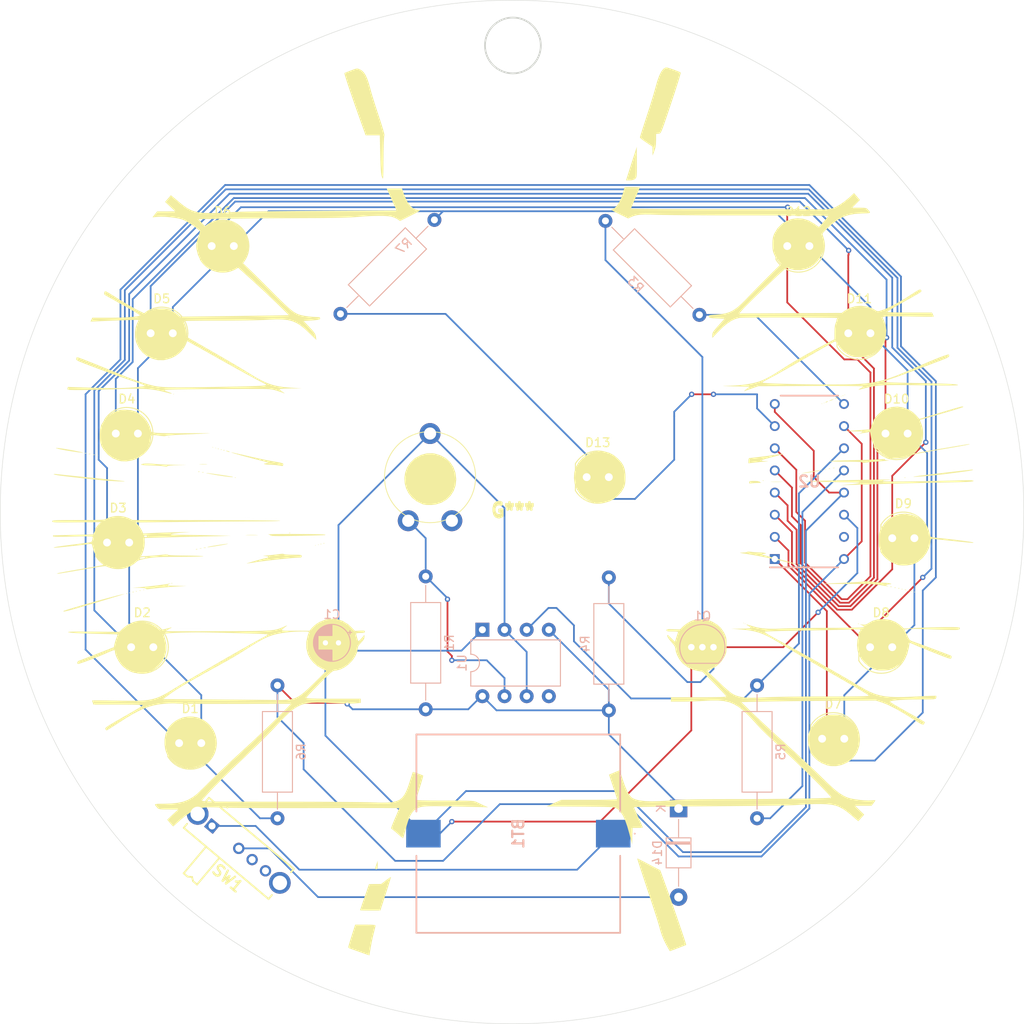
<source format=kicad_pcb>
(kicad_pcb (version 20240108) (generator "pcbnew") (generator_version "8.0")
  (layers (0 "F.Cu" signal) (31 "B.Cu" signal) (34 "B.Paste" user) (35 "F.Paste" user) (36 "B.SilkS" user "B.Silkscreen") (37 "F.SilkS" user "F.Silkscreen") (38 "B.Mask" user) (39 "F.Mask" user) (44 "Edge.Cuts" user))
  (net 0 "")
  (net 1 "GND")
  (net 2 "Net-(Q1-B)")
  (net 3 "Net-(Q1-C)")
  (net 4 "Net-(U1-DIS)")
  (net 5 "Net-(U1-Q)")
  (net 6 "+6V")
  (net 7 "Net-(U1-THR)")
  (net 9 "Net-(BT1-+)")
  (net 10 "Net-(D1-K)")
  (net 11 "Net-(D1-A)")
  (net 12 "Net-(D2-K)")
  (net 13 "Net-(D3-K)")
  (net 14 "Net-(D10-K)")
  (net 15 "Net-(D11-K)")
  (net 17 "Net-(U2-QH')")
  (net 18 "Net-(U2-RCLK)")
  (net 20 "Net-(D13-A)")
  (net 21 "Net-(D14-A)")
  (net 22 "Net-(D13-K)")
  (net 23 "Net-(D12-K)")
  (footprint "LED_THT:LED_D5.0mm" (layer "F.Cu") (at 172.96 122.5)
    (property "Reference" "D7" (at 1.27 -3.96 0) (layer "F.SilkS"))
    (property "Value" "~")
    (pad "1" thru_hole rect (at 0 0) (size 1.8 1.8) (drill 0.9) (layers "*.Cu" "*.Mask") (net 10 "Net-(D1-K)"))
    (pad "2" thru_hole circle (at 2.54 0) (size 1.8 1.8) (drill 0.9) (layers "*.Cu" "*.Mask") (net 11 "Net-(D1-A)"))
  )
  (footprint "LOGO" (layer "F.Cu") (at 137.5 96.2)
    (property "Reference" "G***" (at 0 0 0) (layer "F.SilkS") (effects (font (size 1.5 1.5) (thickness 0.3))))
    (property "Value" "LOGO" (hide yes))
  )
  (footprint "LED_THT:LED_D5.0mm" (layer "F.Cu") (at 90.96 100)
    (property "Reference" "D3" (at 1.27 -3.96 0) (layer "F.SilkS"))
    (property "Value" "~")
    (pad "1" thru_hole rect (at 0 0) (size 1.8 1.8) (drill 0.9) (layers "*.Cu" "*.Mask") (net 13 "Net-(D3-K)"))
    (pad "2" thru_hole circle (at 2.54 0) (size 1.8 1.8) (drill 0.9) (layers "*.Cu" "*.Mask") (net 11 "Net-(D1-A)"))
  )
  (footprint "LED_THT:LED_D5.0mm" (layer "F.Cu") (at 180.225 87.5)
    (property "Reference" "D10" (at 1.27 -3.96 0) (layer "F.SilkS"))
    (property "Value" "~")
    (pad "1" thru_hole rect (at 0 0) (size 1.8 1.8) (drill 0.9) (layers "*.Cu" "*.Mask") (net 14 "Net-(D10-K)"))
    (pad "2" thru_hole circle (at 2.54 0) (size 1.8 1.8) (drill 0.9) (layers "*.Cu" "*.Mask") (net 11 "Net-(D1-A)"))
  )
  (footprint "LED_THT:LED_D5.0mm" (layer "F.Cu") (at 95.96 76)
    (property "Reference" "D5" (at 1.27 -3.96 0) (layer "F.SilkS"))
    (property "Value" "~")
    (pad "1" thru_hole rect (at 0 0) (size 1.8 1.8) (drill 0.9) (layers "*.Cu" "*.Mask") (net 15 "Net-(D11-K)"))
    (pad "2" thru_hole circle (at 2.54 0) (size 1.8 1.8) (drill 0.9) (layers "*.Cu" "*.Mask") (net 11 "Net-(D1-A)"))
  )
  (footprint "LED_THT:LED_D5.0mm" (layer "F.Cu") (at 175.96 76)
    (property "Reference" "D11" (at 1.27 -3.96 0) (layer "F.SilkS"))
    (property "Value" "~")
    (pad "1" thru_hole rect (at 0 0) (size 1.8 1.8) (drill 0.9) (layers "*.Cu" "*.Mask") (net 15 "Net-(D11-K)"))
    (pad "2" thru_hole circle (at 2.54 0) (size 1.8 1.8) (drill 0.9) (layers "*.Cu" "*.Mask") (net 11 "Net-(D1-A)"))
  )
  (footprint "SamacSys_Parts:PT10RV10-103A0505-PM-S trim resistor" (layer "F.Cu") (at 128 92.5)
    (property "Reference" "R2" (at 0 -0.5 0) (layer "F.SilkS") (effects (font (thickness 0.1))))
    (property "Value" "trim")
    (pad "1" thru_hole circle (at -2.5 5) (size 2.4 2.4) (drill 1.4) (layers "*.Cu" "*.Mask") (net 4 "Net-(U1-DIS)"))
    (pad "2" thru_hole circle (at 0 -5) (size 2.4 2.4) (drill 1.4) (layers "*.Cu" "*.Mask") (net 7 "Net-(U1-THR)"))
    (pad "3" thru_hole circle (at 2.5 5) (size 2.4 2.4) (drill 1.4) (layers "*.Cu" "*.Mask"))
  )
  (footprint "LED_THT:LED_D5.0mm" (layer "F.Cu") (at 181 99.5)
    (property "Reference" "D9" (at 1.27 -3.96 0) (layer "F.SilkS"))
    (property "Value" "~" (hide yes))
    (pad "1" thru_hole rect (at 0 0) (size 1.8 1.8) (drill 0.9) (layers "*.Cu" "*.Mask") (net 13 "Net-(D3-K)"))
    (pad "2" thru_hole circle (at 2.54 0) (size 1.8 1.8) (drill 0.9) (layers "*.Cu" "*.Mask") (net 11 "Net-(D1-A)"))
  )
  (footprint "LED_THT:LED_D5.0mm" (layer "F.Cu") (at 102.96 66)
    (property "Reference" "D6" (at 1.27 -3.96 0) (layer "F.SilkS"))
    (property "Value" "~")
    (pad "1" thru_hole rect (at 0 0) (size 1.8 1.8) (drill 0.9) (layers "*.Cu" "*.Mask") (net 23 "Net-(D12-K)"))
    (pad "2" thru_hole circle (at 2.54 0) (size 1.8 1.8) (drill 0.9) (layers "*.Cu" "*.Mask") (net 11 "Net-(D1-A)"))
  )
  (footprint "SamacSys_Parts:SLW12745474ARAD" (layer "F.Cu") (at 103 132.5 -40)
    (property "Reference" "SW1" (at 5.219215 3.453003 140) (layer "F.SilkS") (effects (font (size 1.27 1.27) (thickness 0.254))))
    (property "Value" "SW_SPDT_312" (hide yes))
    (pad "1" thru_hole rect (at 0 0 320) (size 1.3 1.3) (drill 0.8) (layers "*.Cu" "*.Mask") (net 9 "Net-(BT1-+)"))
    (pad "2" thru_hole circle (at 4.000002 0.000002 320) (size 1.3 1.3) (drill 0.8) (layers "*.Cu" "*.Mask") (net 21 "Net-(D14-A)"))
    (pad "3" thru_hole circle (at 6 0 320) (size 1.3 1.3) (drill 0.8) (layers "*.Cu" "*.Mask"))
    (pad "4" thru_hole circle (at 8 -0.000001 320) (size 1.3 1.3) (drill 0.8) (layers "*.Cu" "*.Mask"))
    (pad "MH1" thru_hole circle (at -2.15 0.000001 320) (size 2.49 2.49) (drill 1.66) (layers "*.Cu" "*.Mask"))
    (pad "MH2" thru_hole circle (at 10.15 0.000001 320) (size 2.49 2.49) (drill 1.66) (layers "*.Cu" "*.Mask"))
  )
  (footprint "LED_THT:LED_D5.0mm" (layer "F.Cu") (at 168.96 66)
    (property "Reference" "D12" (at 1.27 -3.96 0) (layer "F.SilkS"))
    (property "Value" "~")
    (pad "1" thru_hole rect (at 0 0) (size 1.8 1.8) (drill 0.9) (layers "*.Cu" "*.Mask") (net 23 "Net-(D12-K)"))
    (pad "2" thru_hole circle (at 2.54 0) (size 1.8 1.8) (drill 0.9) (layers "*.Cu" "*.Mask") (net 11 "Net-(D1-A)"))
  )
  (footprint "LOGO" (layer "F.Cu") (at 137.5 96.4)
    (property "Reference" "G***" (at 0 0 0) (layer "F.SilkS") (effects (font (size 1.5 1.5) (thickness 0.3))))
    (property "Value" "LOGO" (hide yes))
  )
  (footprint "LED_THT:LED_D5.0mm" (layer "F.Cu") (at 93.725 112)
    (property "Reference" "D2" (at 1.27 -3.96 0) (layer "F.SilkS"))
    (property "Value" "~")
    (pad "1" thru_hole rect (at 0 0) (size 1.8 1.8) (drill 0.9) (layers "*.Cu" "*.Mask") (net 12 "Net-(D2-K)"))
    (pad "2" thru_hole circle (at 2.54 0) (size 1.8 1.8) (drill 0.9) (layers "*.Cu" "*.Mask") (net 11 "Net-(D1-A)"))
  )
  (footprint "LED_THT:LED_D5.0mm" (layer "F.Cu") (at 178.46 112)
    (property "Reference" "D8" (at 1.27 -3.96 0) (layer "F.SilkS"))
    (property "Value" "~")
    (pad "1" thru_hole rect (at 0 0) (size 1.8 1.8) (drill 0.9) (layers "*.Cu" "*.Mask") (net 12 "Net-(D2-K)"))
    (pad "2" thru_hole circle (at 2.54 0) (size 1.8 1.8) (drill 0.9) (layers "*.Cu" "*.Mask") (net 11 "Net-(D1-A)"))
  )
  (footprint "LED_THT:LED_D5.0mm" (layer "F.Cu") (at 91.96 87.5)
    (property "Reference" "D4" (at 1.27 -3.96 0) (layer "F.SilkS"))
    (property "Value" "~")
    (pad "1" thru_hole rect (at 0 0) (size 1.8 1.8) (drill 0.9) (layers "*.Cu" "*.Mask") (net 14 "Net-(D10-K)"))
    (pad "2" thru_hole circle (at 2.54 0) (size 1.8 1.8) (drill 0.9) (layers "*.Cu" "*.Mask") (net 11 "Net-(D1-A)"))
  )
  (footprint "LED_THT:LED_D5.0mm" (layer "F.Cu") (at 99.225 123)
    (property "Reference" "D1" (at 1.27 -3.96 0) (layer "F.SilkS"))
    (property "Value" "~")
    (pad "1" thru_hole rect (at 0 0) (size 1.8 1.8) (drill 0.9) (layers "*.Cu" "*.Mask") (net 10 "Net-(D1-K)"))
    (pad "2" thru_hole circle (at 2.54 0) (size 1.8 1.8) (drill 0.9) (layers "*.Cu" "*.Mask") (net 11 "Net-(D1-A)"))
  )
  (footprint "LED_THT:LED_D5.0mm" (layer "F.Cu") (at 145.96 92.5)
    (property "Reference" "D13" (at 1.27 -3.96 0) (layer "F.SilkS"))
    (property "Value" "~")
    (pad "1" thru_hole rect (at 0 0) (size 1.8 1.8) (drill 0.9) (layers "*.Cu" "*.Mask") (net 22 "Net-(D13-K)"))
    (pad "2" thru_hole circle (at 2.54 0) (size 1.8 1.8) (drill 0.9) (layers "*.Cu" "*.Mask") (net 20 "Net-(D13-A)"))
  )
  (footprint "Package_DIP:DIP-8_W7.62mm" (layer "B.Cu") (at 134 110 -90)
    (property "Reference" "U1" (at 3.81 2.33 90) (layer "B.SilkS") (effects (justify mirror)))
    (property "Value" "NE555P")
    (pad "1" thru_hole rect (at 0 0 270) (size 1.6 1.6) (drill 0.8) (layers "*.Cu" "*.Mask") (net 1 "GND"))
    (pad "2" thru_hole oval (at 0 -2.54 270) (size 1.6 1.6) (drill 0.8) (layers "*.Cu" "*.Mask") (net 7 "Net-(U1-THR)"))
    (pad "3" thru_hole oval (at 0 -5.08 270) (size 1.6 1.6) (drill 0.8) (layers "*.Cu" "*.Mask") (net 5 "Net-(U1-Q)"))
    (pad "4" thru_hole oval (at 0 -7.62 270) (size 1.6 1.6) (drill 0.8) (layers "*.Cu" "*.Mask") (net 6 "+6V"))
    (pad "5" thru_hole oval (at 7.62 -7.62 270) (size 1.6 1.6) (drill 0.8) (layers "*.Cu" "*.Mask"))
    (pad "6" thru_hole oval (at 7.62 -5.08 270) (size 1.6 1.6) (drill 0.8) (layers "*.Cu" "*.Mask") (net 7 "Net-(U1-THR)"))
    (pad "7" thru_hole oval (at 7.62 -2.54 270) (size 1.6 1.6) (drill 0.8) (layers "*.Cu" "*.Mask") (net 4 "Net-(U1-DIS)"))
    (pad "8" thru_hole oval (at 7.62 0 270) (size 1.6 1.6) (drill 0.8) (layers "*.Cu" "*.Mask") (net 6 "+6V"))
  )
  (footprint "SamacSys_Parts:1062" (layer "B.Cu") (at 138.12 133.38 -90)
    (property "Reference" "BT1" (at 0 0 90) (layer "B.SilkS") (effects (font (size 1.27 1.27) (thickness 0.254)) (justify mirror)))
    (property "Value" "6v" (hide yes))
    (pad "1" smd rect (at 0 -10.88 270) (size 3.17 3.96) (layers "B.Cu" "B.Paste" "B.Mask") (net 9 "Net-(BT1-+)"))
    (pad "2" smd rect (at 0 10.88 270) (size 3.17 3.96) (layers "B.Cu" "B.Paste" "B.Mask") (net 1 "GND"))
  )
  (footprint "SamacSys_Parts:DIP794W53P254L1930H508Q16N" (layer "B.Cu") (at 171.5 93)
    (property "Reference" "U2" (at 0 0 0) (layer "B.SilkS") (effects (font (size 1.27 1.27) (thickness 0.254)) (justify mirror)))
    (property "Value" "74HC595" (hide yes))
    (pad "1" thru_hole rect (at -3.97 8.89) (size 1.13 1.13) (drill 0.73) (layers "*.Cu" "*.Mask") (net 10 "Net-(D1-K)"))
    (pad "2" thru_hole circle (at -3.97 6.35) (size 1.13 1.13) (drill 0.73) (layers "*.Cu" "*.Mask") (net 12 "Net-(D2-K)"))
    (pad "3" thru_hole circle (at -3.97 3.81) (size 1.13 1.13) (drill 0.73) (layers "*.Cu" "*.Mask") (net 13 "Net-(D3-K)"))
    (pad "4" thru_hole circle (at -3.97 1.27) (size 1.13 1.13) (drill 0.73) (layers "*.Cu" "*.Mask") (net 14 "Net-(D10-K)"))
    (pad "5" thru_hole circle (at -3.97 -1.27) (size 1.13 1.13) (drill 0.73) (layers "*.Cu" "*.Mask") (net 15 "Net-(D11-K)"))
    (pad "6" thru_hole circle (at -3.97 -3.81) (size 1.13 1.13) (drill 0.73) (layers "*.Cu" "*.Mask") (net 23 "Net-(D12-K)"))
    (pad "7" thru_hole circle (at -3.97 -6.35) (size 1.13 1.13) (drill 0.73) (layers "*.Cu" "*.Mask") (net 22 "Net-(D13-K)"))
    (pad "8" thru_hole circle (at -3.97 -8.89) (size 1.13 1.13) (drill 0.73) (layers "*.Cu" "*.Mask") (net 1 "GND"))
    (pad "9" thru_hole circle (at 3.97 -8.89) (size 1.13 1.13) (drill 0.73) (layers "*.Cu" "*.Mask") (net 17 "Net-(U2-QH')"))
    (pad "10" thru_hole circle (at 3.97 -6.35) (size 1.13 1.13) (drill 0.73) (layers "*.Cu" "*.Mask") (net 6 "+6V"))
    (pad "11" thru_hole circle (at 3.97 -3.81) (size 1.13 1.13) (drill 0.73) (layers "*.Cu" "*.Mask") (net 5 "Net-(U1-Q)"))
    (pad "12" thru_hole circle (at 3.97 -1.27) (size 1.13 1.13) (drill 0.73) (layers "*.Cu" "*.Mask") (net 18 "Net-(U2-RCLK)"))
    (pad "13" thru_hole circle (at 3.97 1.27) (size 1.13 1.13) (drill 0.73) (layers "*.Cu" "*.Mask") (net 1 "GND"))
    (pad "14" thru_hole circle (at 3.97 3.81) (size 1.13 1.13) (drill 0.73) (layers "*.Cu" "*.Mask") (net 3 "Net-(Q1-C)"))
    (pad "15" thru_hole circle (at 3.97 6.35) (size 1.13 1.13) (drill 0.73) (layers "*.Cu" "*.Mask"))
    (pad "16" thru_hole circle (at 3.97 8.89) (size 1.13 1.13) (drill 0.73) (layers "*.Cu" "*.Mask") (net 6 "+6V"))
  )
  (footprint "Resistor_THT:R_Axial_DIN0309_L9.0mm_D3.2mm_P15.24mm_Horizontal" (layer "B.Cu") (at 128.5 63 -135)
    (property "Reference" "R7" (at 4.596194 0.353553 45) (layer "B.SilkS") (effects (justify mirror)))
    (property "Value" "68 Ohm")
    (pad "1" thru_hole circle (at 0 0 225) (size 1.6 1.6) (drill 0.8) (layers "*.Cu" "*.Mask") (net 11 "Net-(D1-A)"))
    (pad "2" thru_hole oval (at 15.24 0 225) (size 1.6 1.6) (drill 0.8) (layers "*.Cu" "*.Mask") (net 20 "Net-(D13-A)"))
  )
  (footprint "Resistor_THT:R_Axial_DIN0309_L9.0mm_D3.2mm_P15.24mm_Horizontal" (layer "B.Cu") (at 110.5 131.62 90)
    (property "Reference" "R6" (at 7.62 2.72 90) (layer "B.SilkS") (effects (justify mirror)))
    (property "Value" "68 Ohm")
    (pad "1" thru_hole circle (at 0 0 90) (size 1.6 1.6) (drill 0.8) (layers "*.Cu" "*.Mask") (net 11 "Net-(D1-A)"))
    (pad "2" thru_hole oval (at 15.24 0 90) (size 1.6 1.6) (drill 0.8) (layers "*.Cu" "*.Mask") (net 6 "+6V"))
  )
  (footprint "Package_TO_SOT_THT:TO-92_Inline" (layer "B.Cu") (at 160.5 112 180)
    (property "Reference" "Q1" (at 1.27 3.56 0) (layer "B.SilkS") (effects (justify mirror)))
    (property "Value" "BC548")
    (pad "1" thru_hole rect (at 0 0 180) (size 1.05 1.5) (drill 0.75) (layers "*.Cu" "*.Mask") (net 3 "Net-(Q1-C)"))
    (pad "2" thru_hole oval (at 1.27 0 180) (size 1.05 1.5) (drill 0.75) (layers "*.Cu" "*.Mask") (net 2 "Net-(Q1-B)"))
    (pad "3" thru_hole oval (at 2.54 0 180) (size 1.05 1.5) (drill 0.75) (layers "*.Cu" "*.Mask") (net 1 "GND"))
  )
  (footprint "Resistor_THT:R_Axial_DIN0309_L9.0mm_D3.2mm_P15.24mm_Horizontal" (layer "B.Cu") (at 127.5 119.12 90)
    (property "Reference" "R1" (at 7.62 2.72 90) (layer "B.SilkS") (effects (justify mirror)))
    (property "Value" "10k")
    (pad "1" thru_hole circle (at 0 0 90) (size 1.6 1.6) (drill 0.8) (layers "*.Cu" "*.Mask") (net 6 "+6V"))
    (pad "2" thru_hole oval (at 15.24 0 90) (size 1.6 1.6) (drill 0.8) (layers "*.Cu" "*.Mask") (net 4 "Net-(U1-DIS)"))
  )
  (footprint "Resistor_THT:R_Axial_DIN0309_L9.0mm_D3.2mm_P15.24mm_Horizontal" (layer "B.Cu") (at 148.111847 63.111847 -45)
    (property "Reference" "R3" (at 7.62 2.72 135) (layer "B.SilkS") (effects (justify mirror)))
    (property "Value" "10k")
    (pad "1" thru_hole circle (at 0 0 315) (size 1.6 1.6) (drill 0.8) (layers "*.Cu" "*.Mask") (net 2 "Net-(Q1-B)"))
    (pad "2" thru_hole oval (at 15.24 0 315) (size 1.6 1.6) (drill 0.8) (layers "*.Cu" "*.Mask") (net 17 "Net-(U2-QH')"))
  )
  (footprint "Resistor_THT:R_Axial_DIN0309_L9.0mm_D3.2mm_P15.24mm_Horizontal" (layer "B.Cu") (at 148.5 104 -90)
    (property "Reference" "R4" (at 7.62 2.72 90) (layer "B.SilkS") (effects (justify mirror)))
    (property "Value" "10k")
    (pad "1" thru_hole circle (at 0 0 270) (size 1.6 1.6) (drill 0.8) (layers "*.Cu" "*.Mask") (net 3 "Net-(Q1-C)"))
    (pad "2" thru_hole oval (at 15.24 0 270) (size 1.6 1.6) (drill 0.8) (layers "*.Cu" "*.Mask") (net 6 "+6V"))
  )
  (footprint "Resistor_THT:R_Axial_DIN0309_L9.0mm_D3.2mm_P15.24mm_Horizontal" (layer "B.Cu") (at 165.5 131.62 90)
    (property "Reference" "R5" (at 7.62 2.72 90) (layer "B.SilkS") (effects (justify mirror)))
    (property "Value" "1M")
    (pad "1" thru_hole circle (at 0 0 90) (size 1.6 1.6) (drill 0.8) (layers "*.Cu" "*.Mask") (net 18 "Net-(U2-RCLK)"))
    (pad "2" thru_hole oval (at 15.24 0 90) (size 1.6 1.6) (drill 0.8) (layers "*.Cu" "*.Mask") (net 5 "Net-(U1-Q)"))
  )
  (footprint "Capacitor_THT:CP_Radial_D4.0mm_P1.50mm" (layer "B.Cu") (at 117.5 111.5 180)
    (property "Reference" "C1" (at 0.75 3.25 0) (layer "B.SilkS") (effects (justify mirror)))
    (property "Value" "4.7uF")
    (pad "1" thru_hole rect (at 0 0 180) (size 1.2 1.2) (drill 0.6) (layers "*.Cu" "*.Mask") (net 7 "Net-(U1-THR)"))
    (pad "2" thru_hole circle (at 1.5 0 180) (size 1.2 1.2) (drill 0.6) (layers "*.Cu" "*.Mask") (net 1 "GND"))
  )
  (footprint "Diode_THT:D_T-1_P10.16mm_Horizontal" (layer "B.Cu") (at 156.5 130.5 -90)
    (property "Reference" "D14" (at 5.08 2.42 90) (layer "B.SilkS") (effects (justify mirror)))
    (property "Value" "D")
    (fp_text user "K" (at 0 2 90) (layer "B.SilkS") (effects (justify mirror)))
    (pad "1" thru_hole rect (at 0 0 270) (size 2 2) (drill 1) (layers "*.Cu" "*.Mask") (net 6 "+6V"))
    (pad "2" thru_hole oval (at 10.16 0 270) (size 2 2) (drill 1) (layers "*.Cu" "*.Mask") (net 21 "Net-(D14-A)"))
  )
  (gr_circle (center 137.4 96.5) (end 178.8 138.1) (stroke (width 0.05)) (fill none) (layer "Edge.Cuts"))
  (gr_circle (center 137.5 43) (end 140.701562 43) (stroke (width 0.2)) (fill none) (layer "Edge.Cuts"))
  (segment (start 172 92.5) (end 173.77 94.27) (width 0.2) (layer "F.Cu") (net 1))
  (segment (start 167.53 84.11) (end 167.53 85.013295) (width 0.2) (layer "F.Cu") (net 1))
  (segment (start 167.53 85.013295) (end 172 89.483295) (width 0.2) (layer "F.Cu") (net 1))
  (segment (start 172 89.483295) (end 172 92.5) (width 0.2) (layer "F.Cu") (net 1))
  (segment (start 157.96 121.54) (end 147.5 132) (width 0.2) (layer "F.Cu") (net 1))
  (segment (start 157.96 112) (end 157.96 121.54) (width 0.2) (layer "F.Cu") (net 1))
  (segment (start 173.77 94.27) (end 175.47 94.27) (width 0.2) (layer "F.Cu") (net 1))
  (segment (start 147.5 132) (end 130.5 132) (width 0.2) (layer "F.Cu") (net 1))
  (via (at 130.5 132) (size 0.6) (drill 0.3) (layers "F.Cu" "B.Cu") (net 1))
  (segment (start 127.24 133.38) (end 129.12 133.38) (width 0.2) (layer "B.Cu") (net 1))
  (segment (start 150 128.5) (end 132.12 128.5) (width 0.2) (layer "B.Cu") (net 1))
  (segment (start 157 135.5) (end 150 128.5) (width 0.2) (layer "B.Cu") (net 1))
  (segment (start 116.051472 112.4) (end 131.6 112.4) (width 0.2) (layer "B.Cu") (net 1))
  (segment (start 116 122.14) (end 127.24 133.38) (width 0.2) (layer "B.Cu") (net 1))
  (segment (start 116 111.5) (end 116 122.14) (width 0.2) (layer "B.Cu") (net 1))
  (segment (start 116 112.348528) (end 116.051472 112.4) (width 0.2) (layer "B.Cu") (net 1))
  (segment (start 131.6 112.4) (end 134 110) (width 0.2) (layer "B.Cu") (net 1))
  (segment (start 129.12 133.38) (end 130.5 132) (width 0.2) (layer "B.Cu") (net 1))
  (segment (start 171.1 98.64) (end 171.1 130.334314) (width 0.2) (layer "B.Cu") (net 1))
  (segment (start 165.934314 135.5) (end 157 135.5) (width 0.2) (layer "B.Cu") (net 1))
  (segment (start 132.12 128.5) (end 127.24 133.38) (width 0.2) (layer "B.Cu") (net 1))
  (segment (start 175.47 94.27) (end 171.1 98.64) (width 0.2) (layer "B.Cu") (net 1))
  (segment (start 171.1 130.334314) (end 165.934314 135.5) (width 0.2) (layer "B.Cu") (net 1))
  (segment (start 116 111.5) (end 116 112.348528) (width 0.2) (layer "B.Cu") (net 1))
  (segment (start 148.111847 67.611847) (end 159.23 78.73) (width 0.2) (layer "B.Cu") (net 2))
  (segment (start 159.23 78.73) (end 159.23 112) (width 0.2) (layer "B.Cu") (net 2))
  (segment (start 148.111847 63.111847) (end 148.111847 67.611847) (width 0.2) (layer "B.Cu") (net 2))
  (segment (start 168.5 112) (end 160.5 112) (width 0.2) (layer "F.Cu") (net 3))
  (segment (start 160.5 111.775) (end 160.5 112) (width 0.2) (layer "F.Cu") (net 3))
  (segment (start 172.5 108) (end 168.5 112) (width 0.2) (layer "F.Cu") (net 3))
  (via (at 172.5 108) (size 0.6) (drill 0.3) (layers "F.Cu" "B.Cu") (net 3))
  (segment (start 160.5 114.5) (end 160.5 112) (width 0.2) (layer "B.Cu") (net 3))
  (segment (start 177 98.34) (end 177 103.5) (width 0.2) (layer "B.Cu") (net 3))
  (segment (start 148.5 107) (end 157.5 116) (width 0.2) (layer "B.Cu") (net 3))
  (segment (start 175.47 96.81) (end 177 98.34) (width 0.2) (layer "B.Cu") (net 3))
  (segment (start 159 116) (end 160.5 114.5) (width 0.2) (layer "B.Cu") (net 3))
  (segment (start 148.5 104) (end 148.5 107) (width 0.2) (layer "B.Cu") (net 3))
  (segment (start 177 103.5) (end 172.5 108) (width 0.2) (layer "B.Cu") (net 3))
  (segment (start 157.5 116) (end 159 116) (width 0.2) (layer "B.Cu") (net 3))
  (segment (start 130 112.5) (end 130 106.5) (width 0.2) (layer "F.Cu") (net 4))
  (segment (start 130.5 113) (end 130 112.5) (width 0.2) (layer "F.Cu") (net 4))
  (segment (start 130.5 113.5) (end 130.5 113) (width 0.2) (layer "F.Cu") (net 4))
  (via (at 130.5 113.5) (size 0.6) (drill 0.3) (layers "F.Cu" "B.Cu") (net 4))
  (via (at 130 106.5) (size 0.6) (drill 0.3) (layers "F.Cu" "B.Cu") (net 4))
  (segment (start 130 106.38) (end 127.5 103.88) (width 0.2) (layer "B.Cu") (net 4))
  (segment (start 136.54 115.54) (end 134.5 113.5) (width 0.2) (layer "B.Cu") (net 4))
  (segment (start 127.5 103.88) (end 127.5 99.5) (width 0.2) (layer "B.Cu") (net 4))
  (segment (start 130 106.5) (end 130 106.38) (width 0.2) (layer "B.Cu") (net 4))
  (segment (start 136.54 117.62) (end 136.54 115.54) (width 0.2) (layer "B.Cu") (net 4))
  (segment (start 134.5 113.5) (end 130.5 113.5) (width 0.2) (layer "B.Cu") (net 4))
  (segment (start 127.5 99.5) (end 125.5 97.5) (width 0.2) (layer "B.Cu") (net 4))
  (segment (start 151.055635 117.88) (end 164 117.88) (width 0.2) (layer "B.Cu") (net 5))
  (segment (start 144.5 109.5) (end 144.5 111.324365) (width 0.2) (layer "B.Cu") (net 5))
  (segment (start 164 117.88) (end 170.3 111.58) (width 0.2) (layer "B.Cu") (net 5))
  (segment (start 142.5 107.5) (end 144.5 109.5) (width 0.2) (layer "B.Cu") (net 5))
  (segment (start 141.58 107.5) (end 142.5 107.5) (width 0.2) (layer "B.Cu") (net 5))
  (segment (start 139.08 110) (end 141.58 107.5) (width 0.2) (layer "B.Cu") (net 5))
  (segment (start 144.5 111.324365) (end 151.055635 117.88) (width 0.2) (layer "B.Cu") (net 5))
  (segment (start 170.3 111.58) (end 170.3 94.36) (width 0.2) (layer "B.Cu") (net 5))
  (segment (start 170.3 94.36) (end 175.47 89.19) (width 0.2) (layer "B.Cu") (net 5))
  (segment (start 112.5 118.38) (end 110.5 116.38) (width 0.2) (layer "F.Cu") (net 6))
  (segment (start 177.5 88.68) (end 175.47 86.65) (width 0.2) (layer "F.Cu") (net 6))
  (segment (start 118.38 118.38) (end 112.5 118.38) (width 0.2) (layer "F.Cu") (net 6))
  (segment (start 118.5 118.5) (end 118.38 118.38) (width 0.2) (layer "F.Cu") (net 6))
  (segment (start 175.47 101.89) (end 177.5 99.86) (width 0.2) (layer "F.Cu") (net 6))
  (segment (start 177.5 99.86) (end 177.5 88.68) (width 0.2) (layer "F.Cu") (net 6))
  (via (at 118.5 118.5) (size 0.6) (drill 0.3) (layers "F.Cu" "B.Cu") (net 6))
  (segment (start 136 130) (end 129.5 136.5) (width 0.2) (layer "B.Cu") (net 6))
  (segment (start 171.5 105.86) (end 171.5 130.5) (width 0.2) (layer "B.Cu") (net 6))
  (segment (start 124 136.5) (end 113.5 126) (width 0.2) (layer "B.Cu") (net 6))
  (segment (start 132.38 119.12) (end 127.5 119.12) (width 0.2) (layer "B.Cu") (net 6))
  (segment (start 156.5 136) (end 150.5 130) (width 0.2) (layer "B.Cu") (net 6))
  (segment (start 148.5 116.88) (end 141.62 110) (width 0.2) (layer "B.Cu") (net 6))
  (segment (start 148.5 122) (end 148.5 119.24) (width 0.2) (layer "B.Cu") (net 6))
  (segment (start 166 136) (end 156.5 136) (width 0.2) (layer "B.Cu") (net 6))
  (segment (start 156.5 130.5) (end 156.5 130) (width 0.2) (layer "B.Cu") (net 6))
  (segment (start 134 117.62) (end 133.88 117.62) (width 0.2) (layer "B.Cu") (net 6))
  (segment (start 135.62 119.24) (end 134 117.62) (width 0.2) (layer "B.Cu") (net 6))
  (segment (start 171.5 130.5) (end 166 136) (width 0.2) (layer "B.Cu") (net 6))
  (segment (start 127.5 119.12) (end 119.12 119.12) (width 0.2) (layer "B.Cu") (net 6))
  (segment (start 150.5 130) (end 136 130) (width 0.2) (layer "B.Cu") (net 6))
  (segment (start 119.12 119.12) (end 118.5 118.5) (width 0.2) (layer "B.Cu") (net 6))
  (segment (start 175.47 101.89) (end 171.5 105.86) (width 0.2) (layer "B.Cu") (net 6))
  (segment (start 113.5 126) (end 113.5 123) (width 0.2) (layer "B.Cu") (net 6))
  (segment (start 129.5 136.5) (end 124 136.5) (width 0.2) (layer "B.Cu") (net 6))
  (segment (start 148.5 119.24) (end 135.62 119.24) (width 0.2) (layer "B.Cu") (net 6))
  (segment (start 148.5 119.24) (end 148.5 116.88) (width 0.2) (layer "B.Cu") (net 6))
  (segment (start 113.5 123) (end 110.5 120) (width 0.2) (layer "B.Cu") (net 6))
  (segment (start 156.5 130) (end 148.5 122) (width 0.2) (layer "B.Cu") (net 6))
  (segment (start 110.5 120) (end 110.5 116.38) (width 0.2) (layer "B.Cu") (net 6))
  (segment (start 133.88 117.62) (end 132.38 119.12) (width 0.2) (layer "B.Cu") (net 6))
  (segment (start 139.08 112.54) (end 136.54 110) (width 0.2) (layer "B.Cu") (net 7))
  (segment (start 136.54 96.04) (end 136.54 110) (width 0.2) (layer "B.Cu") (net 7))
  (segment (start 117.5 98) (end 128 87.5) (width 0.2) (layer "B.Cu") (net 7))
  (segment (start 128 87.5) (end 136.54 96.04) (width 0.2) (layer "B.Cu") (net 7))
  (segment (start 139.08 117.62) (end 139.08 112.54) (width 0.2) (layer "B.Cu") (net 7))
  (segment (start 117.5 111.5) (end 117.5 98) (width 0.2) (layer "B.Cu") (net 7))
  (segment (start 149 133.38) (end 144.865786 137.514214) (width 0.2) (layer "B.Cu") (net 9))
  (segment (start 144.865786 137.514214) (end 113.014214 137.514214) (width 0.2) (layer "B.Cu") (net 9))
  (segment (start 108 132.5) (end 103 132.5) (width 0.2) (layer "B.Cu") (net 9))
  (segment (start 113.014214 137.514214) (end 108 132.5) (width 0.2) (layer "B.Cu") (net 9))
  (segment (start 172.96 122.5) (end 173.5 121.96) (width 0.2) (layer "F.Cu") (net 10))
  (segment (start 173.5 121.96) (end 173.5 107.86) (width 0.2) (layer "F.Cu") (net 10))
  (segment (start 173.5 107.86) (end 167.53 101.89) (width 0.2) (layer "F.Cu") (net 10))
  (segment (start 182 69.5) (end 182 77.5) (width 0.2) (layer "B.Cu") (net 10))
  (segment (start 184.5 119.5) (end 179 125) (width 0.2) (layer "B.Cu") (net 10))
  (segment (start 171.5 59) (end 182 69.5) (width 0.2) (layer "B.Cu") (net 10))
  (segment (start 92.5 79) (end 92.5 71) (width 0.2) (layer "B.Cu") (net 10))
  (segment (start 186 104) (end 184.5 105.5) (width 0.2) (layer "B.Cu") (net 10))
  (segment (start 182 77.5) (end 186 81.5) (width 0.2) (layer "B.Cu") (net 10))
  (segment (start 184.5 105.5) (end 184.5 119.5) (width 0.2) (layer "B.Cu") (net 10))
  (segment (start 172.96 123.96) (end 172.96 122.5) (width 0.2) (layer "B.Cu") (net 10))
  (segment (start 88.5 112.275) (end 88.5 83) (width 0.2) (layer "B.Cu") (net 10))
  (segment (start 88.5 83) (end 92.5 79) (width 0.2) (layer "B.Cu") (net 10))
  (segment (start 179 125) (end 174 125) (width 0.2) (layer "B.Cu") (net 10))
  (segment (start 92.5 71) (end 104.5 59) (width 0.2) (layer "B.Cu") (net 10))
  (segment (start 99.225 123) (end 88.5 112.275) (width 0.2) (layer "B.Cu") (net 10))
  (segment (start 104.5 59) (end 171.5 59) (width 0.2) (layer "B.Cu") (net 10))
  (segment (start 186 81.5) (end 186 104) (width 0.2) (layer "B.Cu") (net 10))
  (segment (start 174 125) (end 172.96 123.96) (width 0.2) (layer "B.Cu") (net 10))
  (segment (start 178.5 73) (end 178.5 76) (width 0.2) (layer "B.Cu") (net 11))
  (segment (start 94.5 99) (end 93.5 100) (width 0.2) (layer "B.Cu") (net 11))
  (segment (start 129.5 62.011847) (end 167.511847 62.011847) (width 0.2) (layer "B.Cu") (net 11))
  (segment (start 108.5 131.62) (end 110.5 131.62) (width 0.2) (layer "B.Cu") (net 11))
  (segment (start 94.5 80) (end 94.5 87.5) (width 0.2) (layer "B.Cu") (net 11))
  (segment (start 182.765 80.265) (end 182.765 87.5) (width 0.2) (layer "B.Cu") (net 11))
  (segment (start 101.765 124.885) (end 108.5 131.62) (width 0.2) (layer "B.Cu") (net 11))
  (segment (start 178.5 76) (end 182.765 80.265) (width 0.2) (layer "B.Cu") (net 11))
  (segment (start 94.5 87.5) (end 94.5 99) (width 0.2) (layer "B.Cu") (net 11))
  (segment (start 167.511847 62.011847) (end 171.5 66) (width 0.2) (layer "B.Cu") (net 11))
  (segment (start 96.265 112) (end 101.765 117.5) (width 0.2) (layer "B.Cu") (net 11))
  (segment (start 101.765 117.5) (end 101.765 123) (width 0.2) (layer "B.Cu") (net 11))
  (segment (start 98.5 73) (end 98.5 76) (width 0.2) (layer "B.Cu") (net 11))
  (segment (start 182.765 87.5) (end 185 89.735) (width 0.2) (layer "B.Cu") (net 11))
  (segment (start 183.54 99.5) (end 183.54 109.46) (width 0.2) (layer "B.Cu") (net 11))
  (segment (start 105.5 66) (end 109.488153 62.011847) (width 0.2) (layer "B.Cu") (net 11))
  (segment (start 129.5 62.011847) (end 129.488153 62.011847) (width 0.2) (layer "B.Cu") (net 11))
  (segment (start 183.54 109.46) (end 181 112) (width 0.2) (layer "B.Cu") (net 11))
  (segment (start 109.488153 62.011847) (end 129.5 62.011847) (width 0.2) (layer "B.Cu") (net 11))
  (segment (start 184.54 98.5) (end 183.54 99.5) (width 0.2) (layer "B.Cu") (net 11))
  (segment (start 185 98.5) (end 184.54 98.5) (width 0.2) (layer "B.Cu") (net 11))
  (segment (start 185 89.735) (end 185 98.5) (width 0.2) (layer "B.Cu") (net 11))
  (segment (start 101.765 123) (end 101.765 124.885) (width 0.2) (layer "B.Cu") (net 11))
  (segment (start 93.5 109.235) (end 96.265 112) (width 0.2) (layer "B.Cu") (net 11))
  (segment (start 171.5 66) (end 178.5 73) (width 0.2) (layer "B.Cu") (net 11))
  (segment (start 175.5 117.5) (end 175.5 122.5) (width 0.2) (layer "B.Cu") (net 11))
  (segment (start 129.488153 62.011847) (end 128.5 63) (width 0.2) (layer "B.Cu") (net 11))
  (segment (start 105.5 66) (end 98.5 73) (width 0.2) (layer "B.Cu") (net 11))
  (segment (start 93.5 100) (end 93.5 109.235) (width 0.2) (layer "B.Cu") (net 11))
  (segment (start 98.5 76) (end 94.5 80) (width 0.2) (layer "B.Cu") (net 11))
  (segment (start 181 112) (end 175.5 117.5) (width 0.2) (layer "B.Cu") (net 11))
  (segment (start 178.434315 112) (end 178.46 112) (width 0.2) (layer "F.Cu") (net 12))
  (segment (start 169.1 102.665685) (end 178.434315 112) (width 0.2) (layer "F.Cu") (net 12))
  (segment (start 167.53 99.35) (end 169.1 100.92) (width 0.2) (layer "F.Cu") (net 12))
  (segment (start 184.5 104) (end 178.46 110.04) (width 0.2) (layer "F.Cu") (net 12))
  (segment (start 169.1 100.92) (end 169.1 102.665685) (width 0.2) (layer "F.Cu") (net 12))
  (segment (start 178.46 110.04) (end 178.46 112) (width 0.2) (layer "F.Cu") (net 12))
  (via (at 184.5 104) (size 0.6) (drill 0.3) (layers "F.Cu" "B.Cu") (net 12))
  (segment (start 171.434314 59.5) (end 181.6 69.665686) (width 0.2) (layer "B.Cu") (net 12))
  (segment (start 93.725 112) (end 89.5 107.775) (width 0.2) (layer "B.Cu") (net 12))
  (segment (start 181.6 69.665686) (end 181.6 77.665685) (width 0.2) (layer "B.Cu") (net 12))
  (segment (start 89.5 82.565686) (end 93 79.065686) (width 0.2) (layer "B.Cu") (net 12))
  (segment (start 89.5 107.775) (end 89.5 82.565686) (width 0.2) (layer "B.Cu") (net 12))
  (segment (start 185.5 81.565685) (end 185.5 103) (width 0.2) (layer "B.Cu") (net 12))
  (segment (start 104.565686 59.5) (end 171.434314 59.5) (width 0.2) (layer "B.Cu") (net 12))
  (segment (start 93 71.065686) (end 104.565686 59.5) (width 0.2) (layer "B.Cu") (net 12))
  (segment (start 185.5 103) (end 184.5 104) (width 0.2) (layer "B.Cu") (net 12))
  (segment (start 93 79.065686) (end 93 71.065686) (width 0.2) (layer "B.Cu") (net 12))
  (segment (start 181.6 77.665685) (end 185.5 81.565685) (width 0.2) (layer "B.Cu") (net 12))
  (segment (start 174.7 107.7) (end 176.365686 107.7) (width 0.2) (layer "F.Cu") (net 13))
  (segment (start 181 99.5) (end 181 92.35) (width 0.2) (layer "F.Cu") (net 13))
  (segment (start 167.53 96.81) (end 169.5 98.78) (width 0.2) (layer "F.Cu") (net 13))
  (segment (start 176.365686 107.7) (end 181 103.065686) (width 0.2) (layer "F.Cu") (net 13))
  (segment (start 169.5 98.78) (end 169.5 102.5) (width 0.2) (layer "F.Cu") (net 13))
  (segment (start 169.5 102.5) (end 174.7 107.7) (width 0.2) (layer "F.Cu") (net 13))
  (segment (start 181 92.35) (end 184.85 88.5) (width 0.2) (layer "F.Cu") (net 13))
  (segment (start 181 103.065686) (end 181 99.5) (width 0.2) (layer "F.Cu") (net 13))
  (via (at 184.85 88.5) (size 0.6) (drill 0.3) (layers "F.Cu" "B.Cu") (net 13))
  (segment (start 181 69.631372) (end 181 77.631371) (width 0.2) (layer "B.Cu") (net 13))
  (segment (start 93.5 79.131372) (end 93.5 71.5) (width 0.2) (layer "B.Cu") (net 13))
  (segment (start 90 90.5) (end 90 82.631372) (width 0.2) (layer "B.Cu") (net 13))
  (segment (start 181 77.631371) (end 184.85 81.481371) (width 0.2) (layer "B.Cu") (net 13))
  (segment (start 171.368628 60) (end 181 69.631372) (width 0.2) (layer "B.Cu") (net 13))
  (segment (start 93.5 71.5) (end 105 60) (width 0.2) (layer "B.Cu") (net 13))
  (segment (start 90.96 100) (end 90.96 91.46) (width 0.2) (layer "B.Cu") (net 13))
  (segment (start 90.96 91.46) (end 90 90.5) (width 0.2) (layer "B.Cu") (net 13))
  (segment (start 184.85 81.481371) (end 184.85 88.5) (width 0.2) (layer "B.Cu") (net 13))
  (segment (start 105 60) (end 171.368628 60) (width 0.2) (layer "B.Cu") (net 13))
  (segment (start 90 82.631372) (end 93.5 79.131372) (width 0.2) (layer "B.Cu") (net 13))
  (segment (start 179.3 88.425) (end 180.225 87.5) (width 0.2) (layer "F.Cu") (net 14))
  (segment (start 169 97.5) (end 170.032843 98.532843) (width 0.2) (layer "F.Cu") (net 14))
  (segment (start 170.032843 102.467157) (end 174.865686 107.3) (width 0.2) (layer "F.Cu") (net 14))
  (segment (start 174.865686 107.3) (end 176.2 107.3) (width 0.2) (layer "F.Cu") (net 14))
  (segment (start 176.2 107.3) (end 179.3 104.2) (width 0.2) (layer "F.Cu") (net 14))
  (segment (start 180.225 87.5) (end 180.225 76.625) (width 0.2) (layer "F.Cu") (net 14))
  (segment (start 169 95.74) (end 169 97.5) (width 0.2) (layer "F.Cu") (net 14))
  (segment (start 167.53 94.27) (end 169 95.74) (width 0.2) (layer "F.Cu") (net 14))
  (segment (start 179.3 104.2) (end 179.3 88.425) (width 0.2) (layer "F.Cu") (net 14))
  (segment (start 180.225 76.625) (end 180.35 76.5) (width 0.2) (layer "F.Cu") (net 14))
  (segment (start 170.032843 98.532843) (end 170.032843 102.467157) (width 0.2) (layer "F.Cu") (net 14))
  (via (at 180.35 76.5) (size 0.6) (drill 0.3) (layers "F.Cu" "B.Cu") (net 14))
  (segment (start 180.35 69.85) (end 180.35 76.5) (width 0.2) (layer "B.Cu") (net 14))
  (segment (start 93.9 72.094315) (end 105.494315 60.5) (width 0.2) (layer "B.Cu") (net 14))
  (segment (start 91.96 87.5) (end 91.96 81.237058) (width 0.2) (layer "B.Cu") (net 14))
  (segment (start 93.9 79.297058) (end 93.9 72.094315) (width 0.2) (layer "B.Cu") (net 14))
  (segment (start 171 60.5) (end 180.35 69.85) (width 0.2) (layer "B.Cu") (net 14))
  (segment (start 91.96 81.237058) (end 93.9 79.297058) (width 0.2) (layer "B.Cu") (net 14))
  (segment (start 105.494315 60.5) (end 171 60.5) (width 0.2) (layer "B.Cu") (net 14))
  (segment (start 175.96 67.04) (end 175.96 76) (width 0.2) (layer "F.Cu") (net 15))
  (segment (start 170.5 98) (end 170.5 102.368628) (width 0.2) (layer "F.Cu") (net 15))
  (segment (start 169.5 97) (end 170.5 98) (width 0.2) (layer "F.Cu") (net 15))
  (segment (start 175.96 77.1) (end 175.96 76) (width 0.2) (layer "F.Cu") (net 15))
  (segment (start 170.5 102.368628) (end 175.031372 106.9) (width 0.2) (layer "F.Cu") (net 15))
  (segment (start 176 66.5) (end 176 67) (width 0.2) (layer "F.Cu") (net 15))
  (segment (start 175.031372 106.9) (end 176.034314 106.9) (width 0.2) (layer "F.Cu") (net 15))
  (segment (start 176.034314 106.9) (end 178.9 104.034314) (width 0.2) (layer "F.Cu") (net 15))
  (segment (start 176 67) (end 175.96 67.04) (width 0.2) (layer "F.Cu") (net 15))
  (segment (start 167.53 91.73) (end 169.5 93.7) (width 0.2) (layer "F.Cu") (net 15))
  (segment (start 178.9 80.04) (end 175.96 77.1) (width 0.2) (layer "F.Cu") (net 15))
  (segment (start 169.5 93.7) (end 169.5 97) (width 0.2) (layer "F.Cu") (net 15))
  (segment (start 178.9 104.034314) (end 178.9 80.04) (width 0.2) (layer "F.Cu") (net 15))
  (via (at 176 66.5) (size 0.6) (drill 0.3) (layers "F.Cu" "B.Cu") (net 15))
  (segment (start 95.96 70.6) (end 105.660001 60.9) (width 0.2) (layer "B.Cu") (net 15))
  (segment (start 105.660001 60.9) (end 170.4 60.9) (width 0.2) (layer "B.Cu") (net 15))
  (segment (start 170.4 60.9) (end 176 66.5) (width 0.2) (layer "B.Cu") (net 15))
  (segment (start 95.96 76) (end 95.96 70.6) (width 0.2) (layer "B.Cu") (net 15))
  (segment (start 175.47 84.11) (end 165.248154 73.888154) (width 0.2) (layer "B.Cu") (net 17))
  (segment (start 165.248154 73.888154) (end 158.888154 73.888154) (width 0.2) (layer "B.Cu") (net 17))
  (segment (start 170.7 96.5) (end 175.47 91.73) (width 0.2) (layer "B.Cu") (net 18))
  (segment (start 165.5 131.62) (end 167 131.62) (width 0.2) (layer "B.Cu") (net 18))
  (segment (start 167 131.62) (end 170.7 127.92) (width 0.2) (layer "B.Cu") (net 18))
  (segment (start 170.7 127.92) (end 170.7 96.5) (width 0.2) (layer "B.Cu") (net 18))
  (segment (start 129.776307 73.776307) (end 148.5 92.5) (width 0.2) (layer "B.Cu") (net 20))
  (segment (start 117.723693 73.776307) (end 129.776307 73.776307) (width 0.2) (layer "B.Cu") (net 20))
  (segment (start 115.16 140.66) (end 109.571153 135.071153) (width 0.2) (layer "B.Cu") (net 21))
  (segment (start 109.571153 135.071153) (end 106.064178 135.071153) (width 0.2) (layer "B.Cu") (net 21))
  (segment (start 156.5 140.66) (end 115.16 140.66) (width 0.2) (layer "B.Cu") (net 21))
  (segment (start 158 83) (end 160.5 83) (width 0.2) (layer "F.Cu") (net 22))
  (via (at 160.5 83) (size 0.6) (drill 0.3) (layers "F.Cu" "B.Cu") (net 22))
  (via (at 158 83) (size 0.6) (drill 0.3) (layers "F.Cu" "B.Cu") (net 22))
  (segment (start 156 85) (end 158 83) (width 0.2) (layer "B.Cu") (net 22))
  (segment (start 165.5 83) (end 160.5 83) (width 0.2) (layer "B.Cu") (net 22))
  (segment (start 147.5 95) (end 151.5 95) (width 0.2) (layer "B.Cu") (net 22))
  (segment (start 153.5 93) (end 156 90.5) (width 0.2) (layer "B.Cu") (net 22))
  (segment (start 145.96 93.46) (end 147.5 95) (width 0.2) (layer "B.Cu") (net 22))
  (segment (start 167.53 86.65) (end 165.5 84.62) (width 0.2) (layer "B.Cu") (net 22))
  (segment (start 156 85.5) (end 156 85) (width 0.2) (layer "B.Cu") (net 22))
  (segment (start 156 90.5) (end 156 85.5) (width 0.2) (layer "B.Cu") (net 22))
  (segment (start 151.5 95) (end 153.5 93) (width 0.2) (layer "B.Cu") (net 22))
  (segment (start 145.96 92.5) (end 145.96 93.46) (width 0.2) (layer "B.Cu") (net 22))
  (segment (start 165.5 84.62) (end 165.5 83) (width 0.2) (layer "B.Cu") (net 22))
  (segment (start 178.5 103.868628) (end 178.5 80.5) (width 0.2) (layer "F.Cu") (net 23))
  (segment (start 175.5 79) (end 168.96 72.46) (width 0.2) (layer "F.Cu") (net 23))
  (segment (start 175.868628 106.5) (end 178.5 103.868628) (width 0.2) (layer "F.Cu") (net 23))
  (segment (start 170 91.66) (end 170 96.5) (width 0.2) (layer "F.Cu") (net 23))
  (segment (start 171 102.302942) (end 175.197058 106.5) (width 0.2) (layer "F.Cu") (net 23))
  (segment (start 177 79) (end 175.5 79) (width 0.2) (layer "F.Cu") (net 23))
  (segment (start 170 96.5) (end 171 97.5) (width 0.2) (layer "F.Cu") (net 23))
  (segment (start 178.5 80.5) (end 177 79) (width 0.2) (layer "F.Cu") (net 23))
  (segment (start 171 97.5) (end 171 102.302942) (width 0.2) (layer "F.Cu") (net 23))
  (segment (start 167.53 89.19) (end 170 91.66) (width 0.2) (layer "F.Cu") (net 23))
  (segment (start 168.96 72.46) (end 168.96 66) (width 0.2) (layer "F.Cu") (net 23))
  (segment (start 168.96 61.59) (end 169 61.55) (width 0.2) (layer "F.Cu") (net 23))
  (segment (start 168.96 66) (end 168.96 61.59) (width 0.2) (layer "F.Cu") (net 23))
  (segment (start 175.197058 106.5) (end 175.868628 106.5) (width 0.2) (layer "F.Cu") (net 23))
  (via (at 169 61.55) (size 0.6) (drill 0.3) (layers "F.Cu" "B.Cu") (net 23))
  (segment (start 102.96 64.9) (end 106.31 61.55) (width 0.2) (layer "B.Cu") (net 23))
  (segment (start 102.96 66) (end 102.96 64.9) (width 0.2) (layer "B.Cu") (net 23))
  (segment (start 106.31 61.55) (end 169 61.55) (width 0.2) (layer "B.Cu") (net 23))
)
</source>
